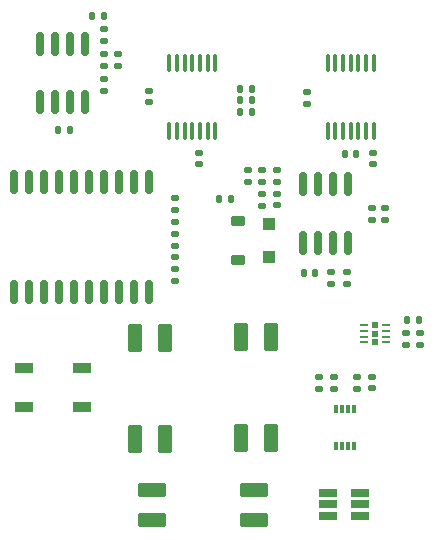
<source format=gbr>
%TF.GenerationSoftware,KiCad,Pcbnew,7.0.10*%
%TF.CreationDate,2024-03-09T04:50:20+08:00*%
%TF.ProjectId,ESP32Sensor-Sensor_board,45535033-3253-4656-9e73-6f722d53656e,rev?*%
%TF.SameCoordinates,Original*%
%TF.FileFunction,Paste,Bot*%
%TF.FilePolarity,Positive*%
%FSLAX46Y46*%
G04 Gerber Fmt 4.6, Leading zero omitted, Abs format (unit mm)*
G04 Created by KiCad (PCBNEW 7.0.10) date 2024-03-09 04:50:20*
%MOMM*%
%LPD*%
G01*
G04 APERTURE LIST*
G04 Aperture macros list*
%AMRoundRect*
0 Rectangle with rounded corners*
0 $1 Rounding radius*
0 $2 $3 $4 $5 $6 $7 $8 $9 X,Y pos of 4 corners*
0 Add a 4 corners polygon primitive as box body*
4,1,4,$2,$3,$4,$5,$6,$7,$8,$9,$2,$3,0*
0 Add four circle primitives for the rounded corners*
1,1,$1+$1,$2,$3*
1,1,$1+$1,$4,$5*
1,1,$1+$1,$6,$7*
1,1,$1+$1,$8,$9*
0 Add four rect primitives between the rounded corners*
20,1,$1+$1,$2,$3,$4,$5,0*
20,1,$1+$1,$4,$5,$6,$7,0*
20,1,$1+$1,$6,$7,$8,$9,0*
20,1,$1+$1,$8,$9,$2,$3,0*%
G04 Aperture macros list end*
%ADD10RoundRect,0.113000X-0.452000X1.107000X-0.452000X-1.107000X0.452000X-1.107000X0.452000X1.107000X0*%
%ADD11RoundRect,0.100000X-0.100000X0.637500X-0.100000X-0.637500X0.100000X-0.637500X0.100000X0.637500X0*%
%ADD12RoundRect,0.135000X-0.185000X0.135000X-0.185000X-0.135000X0.185000X-0.135000X0.185000X0.135000X0*%
%ADD13RoundRect,0.140000X-0.170000X0.140000X-0.170000X-0.140000X0.170000X-0.140000X0.170000X0.140000X0*%
%ADD14RoundRect,0.140000X0.170000X-0.140000X0.170000X0.140000X-0.170000X0.140000X-0.170000X-0.140000X0*%
%ADD15RoundRect,0.147500X0.147500X0.172500X-0.147500X0.172500X-0.147500X-0.172500X0.147500X-0.172500X0*%
%ADD16RoundRect,0.250000X0.300000X-0.300000X0.300000X0.300000X-0.300000X0.300000X-0.300000X-0.300000X0*%
%ADD17RoundRect,0.150000X-0.150000X0.825000X-0.150000X-0.825000X0.150000X-0.825000X0.150000X0.825000X0*%
%ADD18RoundRect,0.135000X0.185000X-0.135000X0.185000X0.135000X-0.185000X0.135000X-0.185000X-0.135000X0*%
%ADD19RoundRect,0.140000X0.140000X0.170000X-0.140000X0.170000X-0.140000X-0.170000X0.140000X-0.170000X0*%
%ADD20RoundRect,0.135000X0.135000X0.185000X-0.135000X0.185000X-0.135000X-0.185000X0.135000X-0.185000X0*%
%ADD21RoundRect,0.140000X-0.140000X-0.170000X0.140000X-0.170000X0.140000X0.170000X-0.140000X0.170000X0*%
%ADD22R,1.560000X0.650000*%
%ADD23RoundRect,0.225000X0.375000X-0.225000X0.375000X0.225000X-0.375000X0.225000X-0.375000X-0.225000X0*%
%ADD24RoundRect,0.113000X1.107000X0.452000X-1.107000X0.452000X-1.107000X-0.452000X1.107000X-0.452000X0*%
%ADD25RoundRect,0.147500X-0.147500X-0.172500X0.147500X-0.172500X0.147500X0.172500X-0.147500X0.172500X0*%
%ADD26R,0.300000X0.800000*%
%ADD27RoundRect,0.150000X-0.150000X0.875000X-0.150000X-0.875000X0.150000X-0.875000X0.150000X0.875000X0*%
%ADD28R,0.500000X0.590000*%
%ADD29R,0.700000X0.250000*%
%ADD30RoundRect,0.100000X0.100000X-0.637500X0.100000X0.637500X-0.100000X0.637500X-0.100000X-0.637500X0*%
%ADD31R,1.500000X0.900000*%
G04 APERTURE END LIST*
D10*
%TO.C,S2*%
X155230000Y-109800000D03*
X155230000Y-118400000D03*
X157770000Y-109800000D03*
X157770000Y-118400000D03*
%TD*%
D11*
%TO.C,U1*%
X162550000Y-86637500D03*
X163200000Y-86637500D03*
X163850000Y-86637500D03*
X164500000Y-86637500D03*
X165150000Y-86637500D03*
X165800000Y-86637500D03*
X166450000Y-86637500D03*
X166450000Y-92362500D03*
X165800000Y-92362500D03*
X165150000Y-92362500D03*
X164500000Y-92362500D03*
X163850000Y-92362500D03*
X163200000Y-92362500D03*
X162550000Y-92362500D03*
%TD*%
D12*
%TO.C,R6*%
X149600000Y-100090000D03*
X149600000Y-101110000D03*
%TD*%
D13*
%TO.C,C9*%
X149600000Y-102120000D03*
X149600000Y-103080000D03*
%TD*%
D14*
%TO.C,C33*%
X151700000Y-95180000D03*
X151700000Y-94220000D03*
%TD*%
%TO.C,C6*%
X147400000Y-89980000D03*
X147400000Y-89020000D03*
%TD*%
D15*
%TO.C,FB3*%
X170260000Y-108416000D03*
X169290000Y-108416000D03*
%TD*%
D14*
%TO.C,C15*%
X170375000Y-110496000D03*
X170375000Y-109536000D03*
%TD*%
D16*
%TO.C,CR2*%
X157600000Y-103100000D03*
X157600000Y-100300000D03*
%TD*%
D17*
%TO.C,U4*%
X138195000Y-85025000D03*
X139465000Y-85025000D03*
X140735000Y-85025000D03*
X142005000Y-85025000D03*
X142005000Y-89975000D03*
X140735000Y-89975000D03*
X139465000Y-89975000D03*
X138195000Y-89975000D03*
%TD*%
D18*
%TO.C,R9*%
X143600000Y-84810000D03*
X143600000Y-83790000D03*
%TD*%
%TO.C,R21*%
X161850000Y-114210000D03*
X161850000Y-113190000D03*
%TD*%
D13*
%TO.C,C3*%
X149600000Y-104120000D03*
X149600000Y-105080000D03*
%TD*%
D19*
%TO.C,C8*%
X140720000Y-92350000D03*
X139760000Y-92350000D03*
%TD*%
D18*
%TO.C,R12*%
X155800000Y-96720000D03*
X155800000Y-95700000D03*
%TD*%
D20*
%TO.C,R2*%
X156110000Y-88800000D03*
X155090000Y-88800000D03*
%TD*%
D21*
%TO.C,C11*%
X160520000Y-104400000D03*
X161480000Y-104400000D03*
%TD*%
D13*
%TO.C,C12*%
X157000000Y-95720000D03*
X157000000Y-96680000D03*
%TD*%
D20*
%TO.C,R3*%
X156110000Y-89800000D03*
X155090000Y-89800000D03*
%TD*%
D12*
%TO.C,R14*%
X162800000Y-104326200D03*
X162800000Y-105346200D03*
%TD*%
D17*
%TO.C,U6*%
X160495000Y-96925000D03*
X161765000Y-96925000D03*
X163035000Y-96925000D03*
X164305000Y-96925000D03*
X164305000Y-101875000D03*
X163035000Y-101875000D03*
X161765000Y-101875000D03*
X160495000Y-101875000D03*
%TD*%
D12*
%TO.C,R11*%
X167400000Y-98910000D03*
X167400000Y-99930000D03*
%TD*%
D18*
%TO.C,R17*%
X165060000Y-114220000D03*
X165060000Y-113200000D03*
%TD*%
D22*
%TO.C,CR1*%
X162550000Y-124950000D03*
X162550000Y-124000000D03*
X162550000Y-123050000D03*
X165250000Y-123050000D03*
X165250000Y-124000000D03*
X165250000Y-124950000D03*
%TD*%
D12*
%TO.C,R13*%
X158300000Y-95690000D03*
X158300000Y-96710000D03*
%TD*%
D23*
%TO.C,CR3*%
X155000000Y-103350000D03*
X155000000Y-100050000D03*
%TD*%
D24*
%TO.C,S1*%
X156300000Y-122830000D03*
X147700000Y-122830000D03*
X156300000Y-125370000D03*
X147700000Y-125370000D03*
%TD*%
D25*
%TO.C,FB4*%
X153362600Y-98150000D03*
X154332600Y-98150000D03*
%TD*%
D26*
%TO.C,U12*%
X164750000Y-119050000D03*
X164250000Y-119050000D03*
X163750000Y-119050000D03*
X163250000Y-119050000D03*
X163250000Y-115950000D03*
X163750000Y-115950000D03*
X164250000Y-115950000D03*
X164750000Y-115950000D03*
%TD*%
D20*
%TO.C,R4*%
X156110000Y-90800000D03*
X155090000Y-90800000D03*
%TD*%
D13*
%TO.C,C13*%
X158300000Y-97720000D03*
X158300000Y-98680000D03*
%TD*%
D14*
%TO.C,C7*%
X143600000Y-88980000D03*
X143600000Y-88020000D03*
%TD*%
%TO.C,C4*%
X160800000Y-90091200D03*
X160800000Y-89131200D03*
%TD*%
D13*
%TO.C,C14*%
X166300000Y-98940000D03*
X166300000Y-99900000D03*
%TD*%
D19*
%TO.C,C10*%
X143580000Y-82700000D03*
X142620000Y-82700000D03*
%TD*%
D14*
%TO.C,C32*%
X166400000Y-95191200D03*
X166400000Y-94231200D03*
%TD*%
D12*
%TO.C,R15*%
X164200000Y-104326200D03*
X164200000Y-105346200D03*
%TD*%
D27*
%TO.C,U3*%
X135985000Y-96750000D03*
X137255000Y-96750000D03*
X138525000Y-96750000D03*
X139795000Y-96750000D03*
X141065000Y-96750000D03*
X142335000Y-96750000D03*
X143605000Y-96750000D03*
X144875000Y-96750000D03*
X146145000Y-96750000D03*
X147415000Y-96750000D03*
X147415000Y-106050000D03*
X146145000Y-106050000D03*
X144875000Y-106050000D03*
X143605000Y-106050000D03*
X142335000Y-106050000D03*
X141065000Y-106050000D03*
X139795000Y-106050000D03*
X138525000Y-106050000D03*
X137255000Y-106050000D03*
X135985000Y-106050000D03*
%TD*%
D28*
%TO.C,U7*%
X166575000Y-110284000D03*
X166575000Y-109550000D03*
X166575000Y-108816000D03*
D29*
X167500000Y-108800000D03*
X167500000Y-109300000D03*
X167500000Y-109800000D03*
X167500000Y-110300000D03*
X165650000Y-110300000D03*
X165650000Y-109800000D03*
X165650000Y-109300000D03*
X165650000Y-108800000D03*
%TD*%
D18*
%TO.C,R5*%
X149600000Y-99100000D03*
X149600000Y-98080000D03*
%TD*%
D14*
%TO.C,C21*%
X166270000Y-114190000D03*
X166270000Y-113230000D03*
%TD*%
D30*
%TO.C,U2*%
X153050000Y-92362500D03*
X152400000Y-92362500D03*
X151750000Y-92362500D03*
X151100000Y-92362500D03*
X150450000Y-92362500D03*
X149800000Y-92362500D03*
X149150000Y-92362500D03*
X149150000Y-86637500D03*
X149800000Y-86637500D03*
X150450000Y-86637500D03*
X151100000Y-86637500D03*
X151750000Y-86637500D03*
X152400000Y-86637500D03*
X153050000Y-86637500D03*
%TD*%
D18*
%TO.C,R8*%
X144800000Y-86910000D03*
X144800000Y-85890000D03*
%TD*%
D10*
%TO.C,S3*%
X146230000Y-109900000D03*
X146230000Y-118500000D03*
X148770000Y-109900000D03*
X148770000Y-118500000D03*
%TD*%
D18*
%TO.C,R7*%
X143600000Y-86910000D03*
X143600000Y-85890000D03*
%TD*%
D12*
%TO.C,R10*%
X157000000Y-97690000D03*
X157000000Y-98710000D03*
%TD*%
D18*
%TO.C,R20*%
X163100000Y-114210000D03*
X163100000Y-113190000D03*
%TD*%
D19*
%TO.C,C5*%
X164980000Y-94311200D03*
X164020000Y-94311200D03*
%TD*%
D31*
%TO.C,D1*%
X141750000Y-112450000D03*
X141750000Y-115750000D03*
X136850000Y-115750000D03*
X136850000Y-112450000D03*
%TD*%
D14*
%TO.C,C16*%
X169175000Y-110496000D03*
X169175000Y-109536000D03*
%TD*%
M02*

</source>
